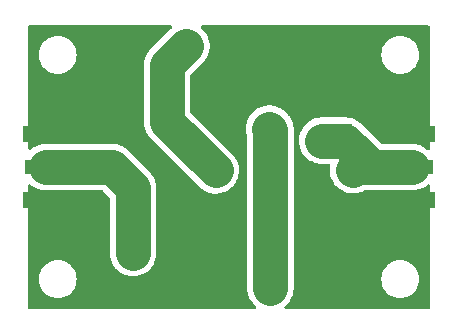
<source format=gbr>
%TF.GenerationSoftware,KiCad,Pcbnew,(6.0.1)*%
%TF.CreationDate,2022-02-12T12:27:59+00:00*%
%TF.ProjectId,LowPass_10mm,4c6f7750-6173-4735-9f31-306d6d2e6b69,rev?*%
%TF.SameCoordinates,Original*%
%TF.FileFunction,Copper,L1,Top*%
%TF.FilePolarity,Positive*%
%FSLAX46Y46*%
G04 Gerber Fmt 4.6, Leading zero omitted, Abs format (unit mm)*
G04 Created by KiCad (PCBNEW (6.0.1)) date 2022-02-12 12:27:59*
%MOMM*%
%LPD*%
G01*
G04 APERTURE LIST*
G04 Aperture macros list*
%AMRoundRect*
0 Rectangle with rounded corners*
0 $1 Rounding radius*
0 $2 $3 $4 $5 $6 $7 $8 $9 X,Y pos of 4 corners*
0 Add a 4 corners polygon primitive as box body*
4,1,4,$2,$3,$4,$5,$6,$7,$8,$9,$2,$3,0*
0 Add four circle primitives for the rounded corners*
1,1,$1+$1,$2,$3*
1,1,$1+$1,$4,$5*
1,1,$1+$1,$6,$7*
1,1,$1+$1,$8,$9*
0 Add four rect primitives between the rounded corners*
20,1,$1+$1,$2,$3,$4,$5,0*
20,1,$1+$1,$4,$5,$6,$7,0*
20,1,$1+$1,$6,$7,$8,$9,0*
20,1,$1+$1,$8,$9,$2,$3,0*%
G04 Aperture macros list end*
%TA.AperFunction,ComponentPad*%
%ADD10C,2.250000*%
%TD*%
%TA.AperFunction,SMDPad,CuDef*%
%ADD11RoundRect,0.225000X0.225000X0.250000X-0.225000X0.250000X-0.225000X-0.250000X0.225000X-0.250000X0*%
%TD*%
%TA.AperFunction,SMDPad,CuDef*%
%ADD12RoundRect,0.225000X0.250000X-0.225000X0.250000X0.225000X-0.250000X0.225000X-0.250000X-0.225000X0*%
%TD*%
%TA.AperFunction,SMDPad,CuDef*%
%ADD13RoundRect,0.225000X-0.250000X0.225000X-0.250000X-0.225000X0.250000X-0.225000X0.250000X0.225000X0*%
%TD*%
%TA.AperFunction,SMDPad,CuDef*%
%ADD14RoundRect,0.225000X-0.225000X-0.250000X0.225000X-0.250000X0.225000X0.250000X-0.225000X0.250000X0*%
%TD*%
%TA.AperFunction,SMDPad,CuDef*%
%ADD15R,3.600000X1.270000*%
%TD*%
%TA.AperFunction,SMDPad,CuDef*%
%ADD16R,4.200000X1.350000*%
%TD*%
%TA.AperFunction,Conductor*%
%ADD17C,2.930000*%
%TD*%
G04 APERTURE END LIST*
D10*
%TO.P,L3,1,1*%
%TO.N,Net-(C5-Pad1)*%
X121010800Y-119755800D03*
%TO.P,L3,2,2*%
%TO.N,Net-(C7-Pad1)*%
X128010800Y-112755800D03*
%TD*%
%TO.P,L2,1,1*%
%TO.N,Net-(C3-Pad1)*%
X113898800Y-102240200D03*
%TO.P,L2,2,2*%
%TO.N,Net-(C5-Pad1)*%
X120898800Y-109240200D03*
%TD*%
%TO.P,L1,2,2*%
%TO.N,Net-(C3-Pad1)*%
X116377600Y-112781200D03*
%TO.P,L1,1,1*%
%TO.N,Net-(C1-Pad1)*%
X109377600Y-119781200D03*
%TD*%
D11*
%TO.P,C4,1*%
%TO.N,Net-(C3-Pad1)*%
X111265000Y-107213400D03*
%TO.P,C4,2*%
%TO.N,GND*%
X109715000Y-107213400D03*
%TD*%
D12*
%TO.P,C1,1*%
%TO.N,Net-(C1-Pad1)*%
X106248200Y-111595200D03*
%TO.P,C1,2*%
%TO.N,GND*%
X106248200Y-110045200D03*
%TD*%
%TO.P,C8,1*%
%TO.N,Net-(C7-Pad1)*%
X125526800Y-109307000D03*
%TO.P,C8,2*%
%TO.N,GND*%
X125526800Y-107757000D03*
%TD*%
D13*
%TO.P,C2,1*%
%TO.N,Net-(C1-Pad1)*%
X106222800Y-113448800D03*
%TO.P,C2,2*%
%TO.N,GND*%
X106222800Y-114998800D03*
%TD*%
D14*
%TO.P,C6,1*%
%TO.N,Net-(C5-Pad1)*%
X121983200Y-122504200D03*
%TO.P,C6,2*%
%TO.N,GND*%
X123533200Y-122504200D03*
%TD*%
D11*
%TO.P,C5,1*%
%TO.N,Net-(C5-Pad1)*%
X120002600Y-122453400D03*
%TO.P,C5,2*%
%TO.N,GND*%
X118452600Y-122453400D03*
%TD*%
D15*
%TO.P,J2,1,In*%
%TO.N,Net-(C7-Pad1)*%
X133000000Y-112500000D03*
D16*
%TO.P,J2,2,Ext*%
%TO.N,GND*%
X132800000Y-109675000D03*
X132800000Y-115325000D03*
%TD*%
D15*
%TO.P,J1,1,In*%
%TO.N,Net-(C1-Pad1)*%
X102000000Y-112500000D03*
D16*
%TO.P,J1,2,Ext*%
%TO.N,GND*%
X102200000Y-109675000D03*
X102200000Y-115325000D03*
%TD*%
D12*
%TO.P,C7,1*%
%TO.N,Net-(C7-Pad1)*%
X127508000Y-109309200D03*
%TO.P,C7,2*%
%TO.N,GND*%
X127508000Y-107759200D03*
%TD*%
D11*
%TO.P,C3,1*%
%TO.N,Net-(C3-Pad1)*%
X111265000Y-105511600D03*
%TO.P,C3,2*%
%TO.N,GND*%
X109715000Y-105511600D03*
%TD*%
D17*
%TO.N,Net-(C5-Pad1)*%
X121010800Y-119755800D02*
X121010800Y-122738000D01*
%TO.N,Net-(C1-Pad1)*%
X109377600Y-114279800D02*
X109377600Y-119781200D01*
X107597800Y-112500000D02*
X109377600Y-114279800D01*
X102000000Y-112500000D02*
X107597800Y-112500000D01*
%TO.N,Net-(C7-Pad1)*%
X127330200Y-110261400D02*
X125374400Y-110261400D01*
X129568800Y-112500000D02*
X127330200Y-110261400D01*
X130095400Y-112500000D02*
X129568800Y-112500000D01*
X130095400Y-112500000D02*
X128266600Y-112500000D01*
X133000000Y-112500000D02*
X130095400Y-112500000D01*
%TO.N,Net-(C3-Pad1)*%
X112268000Y-103871000D02*
X112268000Y-108671600D01*
X112268000Y-108671600D02*
X116377600Y-112781200D01*
X113898800Y-102240200D02*
X112268000Y-103871000D01*
%TO.N,Net-(C7-Pad1)*%
X128266600Y-112500000D02*
X128010800Y-112755800D01*
%TO.N,Net-(C5-Pad1)*%
X121010800Y-109352200D02*
X120898800Y-109240200D01*
X121010800Y-119755800D02*
X121010800Y-109352200D01*
%TD*%
%TA.AperFunction,Conductor*%
%TO.N,GND*%
G36*
X112636771Y-100520002D02*
G01*
X112683264Y-100573658D01*
X112693368Y-100643932D01*
X112663874Y-100708512D01*
X112648209Y-100723705D01*
X112580693Y-100778671D01*
X110898663Y-102460701D01*
X110896540Y-102462776D01*
X110810541Y-102544815D01*
X110756803Y-102612982D01*
X110754883Y-102615417D01*
X110751098Y-102619992D01*
X110695121Y-102684499D01*
X110695118Y-102684504D01*
X110692205Y-102687860D01*
X110689796Y-102691591D01*
X110670217Y-102721913D01*
X110663322Y-102731561D01*
X110638220Y-102763403D01*
X110600182Y-102828891D01*
X110593073Y-102841130D01*
X110589970Y-102846193D01*
X110541219Y-102921694D01*
X110539354Y-102925739D01*
X110539352Y-102925743D01*
X110524246Y-102958511D01*
X110518774Y-102969045D01*
X110503658Y-102995070D01*
X110498418Y-103004091D01*
X110496748Y-103008214D01*
X110464677Y-103087395D01*
X110462331Y-103092817D01*
X110424688Y-103174471D01*
X110413070Y-103213319D01*
X110409144Y-103224500D01*
X110393923Y-103262076D01*
X110392851Y-103266393D01*
X110392849Y-103266398D01*
X110372256Y-103349302D01*
X110370689Y-103355030D01*
X110344935Y-103441144D01*
X110344274Y-103445543D01*
X110338908Y-103481231D01*
X110336592Y-103492871D01*
X110327896Y-103527880D01*
X110327895Y-103527888D01*
X110326821Y-103532210D01*
X110326367Y-103536639D01*
X110326367Y-103536640D01*
X110317659Y-103621624D01*
X110316915Y-103627511D01*
X110304444Y-103710471D01*
X110303553Y-103716395D01*
X110303518Y-103720853D01*
X110303235Y-103756925D01*
X110302891Y-103763166D01*
X110302992Y-103763171D01*
X110302828Y-103766386D01*
X110302500Y-103769585D01*
X110302500Y-103849988D01*
X110302496Y-103850978D01*
X110301367Y-103994730D01*
X110301960Y-103999148D01*
X110302240Y-104003590D01*
X110301967Y-104003607D01*
X110302500Y-104011586D01*
X110302500Y-108642689D01*
X110302465Y-108645658D01*
X110299666Y-108764425D01*
X110310236Y-108853735D01*
X110310790Y-108859603D01*
X110317138Y-108949249D01*
X110323471Y-108978662D01*
X110325667Y-108988864D01*
X110327616Y-109000571D01*
X110332382Y-109040839D01*
X110333522Y-109045138D01*
X110355420Y-109127727D01*
X110356806Y-109133501D01*
X110365956Y-109175999D01*
X110375721Y-109221358D01*
X110377261Y-109225532D01*
X110389750Y-109259385D01*
X110393329Y-109270701D01*
X110403719Y-109309886D01*
X110405451Y-109313977D01*
X110405452Y-109313979D01*
X110438770Y-109392662D01*
X110440955Y-109398182D01*
X110472061Y-109482498D01*
X110491307Y-109518167D01*
X110496444Y-109528866D01*
X110510514Y-109562094D01*
X110510521Y-109562108D01*
X110512253Y-109566198D01*
X110514551Y-109570015D01*
X110558610Y-109643196D01*
X110561552Y-109648354D01*
X110604234Y-109727458D01*
X110606880Y-109731040D01*
X110606886Y-109731050D01*
X110628317Y-109760065D01*
X110634900Y-109769915D01*
X110655818Y-109804660D01*
X110658629Y-109808113D01*
X110658632Y-109808117D01*
X110712572Y-109874372D01*
X110716210Y-109879062D01*
X110769604Y-109951351D01*
X110772728Y-109954524D01*
X110772731Y-109954528D01*
X110798036Y-109980233D01*
X110802206Y-109984889D01*
X110802281Y-109984821D01*
X110804432Y-109987204D01*
X110806470Y-109989707D01*
X110863255Y-110046492D01*
X110863952Y-110047193D01*
X110964871Y-110149710D01*
X110968414Y-110152414D01*
X110971751Y-110155356D01*
X110971571Y-110155560D01*
X110977595Y-110160832D01*
X115037925Y-114221161D01*
X115039600Y-114222615D01*
X115039607Y-114222621D01*
X115191101Y-114354081D01*
X115191108Y-114354086D01*
X115194460Y-114356995D01*
X115428294Y-114507981D01*
X115432329Y-114509841D01*
X115432336Y-114509845D01*
X115677027Y-114622648D01*
X115677031Y-114622649D01*
X115681071Y-114624512D01*
X115841885Y-114672606D01*
X115943470Y-114702987D01*
X115943473Y-114702988D01*
X115947744Y-114704265D01*
X115952148Y-114704927D01*
X115952152Y-114704928D01*
X116218590Y-114744985D01*
X116218594Y-114744985D01*
X116222995Y-114745647D01*
X116257904Y-114745921D01*
X116496869Y-114747798D01*
X116496870Y-114747798D01*
X116501330Y-114747833D01*
X116505743Y-114747240D01*
X116505747Y-114747240D01*
X116677769Y-114724134D01*
X116777197Y-114710779D01*
X117045090Y-114635225D01*
X117299665Y-114522679D01*
X117461112Y-114421992D01*
X117532065Y-114377742D01*
X117532067Y-114377741D01*
X117535844Y-114375385D01*
X117748911Y-114196283D01*
X117808476Y-114129780D01*
X117931643Y-113992267D01*
X117931646Y-113992263D01*
X117934617Y-113988946D01*
X117950807Y-113964717D01*
X118048896Y-113817916D01*
X118089257Y-113757512D01*
X118120714Y-113692003D01*
X118207816Y-113510613D01*
X118207818Y-113510608D01*
X118209744Y-113506597D01*
X118220344Y-113473080D01*
X118292333Y-113245453D01*
X118292334Y-113245450D01*
X118293675Y-113241209D01*
X118297148Y-113220347D01*
X118338644Y-112971041D01*
X118338644Y-112971040D01*
X118339376Y-112966643D01*
X118345934Y-112688375D01*
X118313218Y-112411961D01*
X118241881Y-112142914D01*
X118240147Y-112138820D01*
X118240145Y-112138813D01*
X118136233Y-111893417D01*
X118133347Y-111886602D01*
X118032358Y-111718859D01*
X117992076Y-111651950D01*
X117992075Y-111651948D01*
X117989782Y-111648140D01*
X117839130Y-111463093D01*
X114270405Y-107894369D01*
X114236379Y-107832057D01*
X114233500Y-107805274D01*
X114233500Y-104737327D01*
X114253502Y-104669206D01*
X114270405Y-104648232D01*
X115338761Y-103579876D01*
X115340221Y-103578194D01*
X115471681Y-103426700D01*
X115471686Y-103426693D01*
X115474595Y-103423341D01*
X115625581Y-103189506D01*
X115627441Y-103185471D01*
X115627445Y-103185464D01*
X115712945Y-103000000D01*
X130394551Y-103000000D01*
X130414317Y-103251148D01*
X130415471Y-103255955D01*
X130415472Y-103255961D01*
X130439257Y-103355030D01*
X130473127Y-103496111D01*
X130475020Y-103500682D01*
X130475021Y-103500684D01*
X130566218Y-103720853D01*
X130569534Y-103728859D01*
X130701164Y-103943659D01*
X130704376Y-103947419D01*
X130704379Y-103947424D01*
X130751987Y-104003165D01*
X130864776Y-104135224D01*
X130868538Y-104138437D01*
X131052576Y-104295621D01*
X131052581Y-104295624D01*
X131056341Y-104298836D01*
X131271141Y-104430466D01*
X131275711Y-104432359D01*
X131275715Y-104432361D01*
X131499316Y-104524979D01*
X131503889Y-104526873D01*
X131588289Y-104547135D01*
X131744039Y-104584528D01*
X131744045Y-104584529D01*
X131748852Y-104585683D01*
X131837149Y-104592632D01*
X131934661Y-104600307D01*
X131934670Y-104600307D01*
X131937118Y-104600500D01*
X132062882Y-104600500D01*
X132065330Y-104600307D01*
X132065339Y-104600307D01*
X132162851Y-104592632D01*
X132251148Y-104585683D01*
X132255955Y-104584529D01*
X132255961Y-104584528D01*
X132411711Y-104547135D01*
X132496111Y-104526873D01*
X132500684Y-104524979D01*
X132724285Y-104432361D01*
X132724289Y-104432359D01*
X132728859Y-104430466D01*
X132943659Y-104298836D01*
X132947419Y-104295624D01*
X132947424Y-104295621D01*
X133131462Y-104138437D01*
X133135224Y-104135224D01*
X133248013Y-104003165D01*
X133295621Y-103947424D01*
X133295624Y-103947419D01*
X133298836Y-103943659D01*
X133430466Y-103728859D01*
X133433783Y-103720853D01*
X133524979Y-103500684D01*
X133524980Y-103500682D01*
X133526873Y-103496111D01*
X133560743Y-103355030D01*
X133584528Y-103255961D01*
X133584529Y-103255955D01*
X133585683Y-103251148D01*
X133605449Y-103000000D01*
X133585683Y-102748852D01*
X133580413Y-102726898D01*
X133528028Y-102508701D01*
X133526873Y-102503889D01*
X133430466Y-102271141D01*
X133298836Y-102056341D01*
X133295624Y-102052581D01*
X133295621Y-102052576D01*
X133138437Y-101868538D01*
X133135224Y-101864776D01*
X133101899Y-101836314D01*
X132947424Y-101704379D01*
X132947419Y-101704376D01*
X132943659Y-101701164D01*
X132728859Y-101569534D01*
X132724289Y-101567641D01*
X132724285Y-101567639D01*
X132500684Y-101475021D01*
X132500682Y-101475020D01*
X132496111Y-101473127D01*
X132411711Y-101452865D01*
X132255961Y-101415472D01*
X132255955Y-101415471D01*
X132251148Y-101414317D01*
X132162851Y-101407368D01*
X132065339Y-101399693D01*
X132065330Y-101399693D01*
X132062882Y-101399500D01*
X131937118Y-101399500D01*
X131934670Y-101399693D01*
X131934661Y-101399693D01*
X131837149Y-101407368D01*
X131748852Y-101414317D01*
X131744045Y-101415471D01*
X131744039Y-101415472D01*
X131588289Y-101452865D01*
X131503889Y-101473127D01*
X131499318Y-101475020D01*
X131499316Y-101475021D01*
X131275715Y-101567639D01*
X131275711Y-101567641D01*
X131271141Y-101569534D01*
X131056341Y-101701164D01*
X131052581Y-101704376D01*
X131052576Y-101704379D01*
X130898101Y-101836314D01*
X130864776Y-101864776D01*
X130861563Y-101868538D01*
X130704379Y-102052576D01*
X130704376Y-102052581D01*
X130701164Y-102056341D01*
X130569534Y-102271141D01*
X130473127Y-102503889D01*
X130471972Y-102508701D01*
X130419588Y-102726898D01*
X130414317Y-102748852D01*
X130394551Y-103000000D01*
X115712945Y-103000000D01*
X115740248Y-102940774D01*
X115740249Y-102940770D01*
X115742112Y-102936730D01*
X115792795Y-102767257D01*
X115820586Y-102674330D01*
X115820587Y-102674327D01*
X115821864Y-102670056D01*
X115829729Y-102617746D01*
X115862584Y-102399211D01*
X115862584Y-102399207D01*
X115863246Y-102394806D01*
X115865433Y-102116470D01*
X115831626Y-101864776D01*
X115828972Y-101845016D01*
X115828971Y-101845011D01*
X115828379Y-101840604D01*
X115752825Y-101572710D01*
X115708800Y-101473127D01*
X115642077Y-101322201D01*
X115642074Y-101322196D01*
X115640279Y-101318135D01*
X115492985Y-101081957D01*
X115313883Y-100868890D01*
X115310572Y-100865925D01*
X115310560Y-100865912D01*
X115147492Y-100719856D01*
X115110094Y-100659508D01*
X115111260Y-100588521D01*
X115150620Y-100529433D01*
X115215676Y-100501005D01*
X115231557Y-100500000D01*
X134374000Y-100500000D01*
X134442121Y-100520002D01*
X134488614Y-100573658D01*
X134500000Y-100626000D01*
X134500000Y-110919790D01*
X134479998Y-110987911D01*
X134426342Y-111034404D01*
X134356068Y-111044508D01*
X134295994Y-111018740D01*
X134111093Y-110872976D01*
X134111090Y-110872974D01*
X134107597Y-110870220D01*
X133954625Y-110781367D01*
X133870756Y-110732652D01*
X133870750Y-110732649D01*
X133866909Y-110730418D01*
X133656213Y-110645077D01*
X133613050Y-110627594D01*
X133613047Y-110627593D01*
X133608924Y-110625923D01*
X133604611Y-110624852D01*
X133604606Y-110624850D01*
X133343111Y-110559894D01*
X133343106Y-110559893D01*
X133338790Y-110558821D01*
X133334362Y-110558367D01*
X133334360Y-110558367D01*
X133249368Y-110549659D01*
X133101415Y-110534500D01*
X130435126Y-110534500D01*
X130367005Y-110514498D01*
X130346031Y-110497595D01*
X128740499Y-108892063D01*
X128738424Y-108889940D01*
X128659457Y-108807161D01*
X128659455Y-108807159D01*
X128656385Y-108803941D01*
X128585783Y-108748283D01*
X128581208Y-108744498D01*
X128516701Y-108688521D01*
X128516696Y-108688518D01*
X128513340Y-108685605D01*
X128479285Y-108663615D01*
X128469639Y-108656722D01*
X128437797Y-108631620D01*
X128360070Y-108586473D01*
X128355007Y-108583370D01*
X128283254Y-108537039D01*
X128283253Y-108537038D01*
X128279506Y-108534619D01*
X128275461Y-108532754D01*
X128275457Y-108532752D01*
X128242689Y-108517646D01*
X128232155Y-108512174D01*
X128211886Y-108500401D01*
X128197109Y-108491818D01*
X128192992Y-108490150D01*
X128192985Y-108490147D01*
X128155978Y-108475158D01*
X128137165Y-108465634D01*
X128072927Y-108426037D01*
X128072926Y-108426036D01*
X128066697Y-108422197D01*
X127906124Y-108368937D01*
X127899290Y-108368237D01*
X127899286Y-108368236D01*
X127851435Y-108363334D01*
X127828174Y-108358707D01*
X127821891Y-108356828D01*
X127760056Y-108338335D01*
X127735008Y-108334569D01*
X127719969Y-108332308D01*
X127708329Y-108329992D01*
X127673320Y-108321296D01*
X127673312Y-108321295D01*
X127668990Y-108320221D01*
X127664561Y-108319767D01*
X127664560Y-108319767D01*
X127579576Y-108311059D01*
X127573689Y-108310315D01*
X127489215Y-108297616D01*
X127484805Y-108296953D01*
X127444268Y-108296635D01*
X127438034Y-108296291D01*
X127438029Y-108296392D01*
X127434814Y-108296228D01*
X127431615Y-108295900D01*
X127351212Y-108295900D01*
X127350222Y-108295896D01*
X127317626Y-108295640D01*
X127206470Y-108294767D01*
X127202052Y-108295360D01*
X127197610Y-108295640D01*
X127197593Y-108295367D01*
X127189614Y-108295900D01*
X125303487Y-108295900D01*
X125096751Y-108310538D01*
X125092396Y-108311476D01*
X125092393Y-108311476D01*
X124828989Y-108368185D01*
X124828987Y-108368185D01*
X124824642Y-108369121D01*
X124563502Y-108465461D01*
X124559584Y-108467575D01*
X124435330Y-108534619D01*
X124318542Y-108597634D01*
X124255533Y-108644173D01*
X124098750Y-108759975D01*
X124094649Y-108763004D01*
X124091480Y-108766123D01*
X124091476Y-108766127D01*
X124002507Y-108853710D01*
X123896290Y-108958271D01*
X123893591Y-108961808D01*
X123893588Y-108961811D01*
X123837781Y-109034936D01*
X123727424Y-109179539D01*
X123725246Y-109183427D01*
X123725246Y-109183428D01*
X123641468Y-109333025D01*
X123591419Y-109422393D01*
X123589818Y-109426532D01*
X123589814Y-109426540D01*
X123520765Y-109605024D01*
X123490990Y-109681987D01*
X123489987Y-109686312D01*
X123489986Y-109686317D01*
X123480450Y-109727458D01*
X123428139Y-109953143D01*
X123404122Y-110230448D01*
X123404366Y-110234883D01*
X123404366Y-110234887D01*
X123418824Y-110497595D01*
X123419417Y-110508372D01*
X123473719Y-110781367D01*
X123565945Y-111043988D01*
X123694255Y-111290994D01*
X123696843Y-111294615D01*
X123819030Y-111465600D01*
X123856087Y-111517457D01*
X123859159Y-111520677D01*
X123977457Y-111644685D01*
X124048215Y-111718859D01*
X124266803Y-111891180D01*
X124374917Y-111953977D01*
X124503644Y-112028748D01*
X124503650Y-112028751D01*
X124507491Y-112030982D01*
X124511614Y-112032652D01*
X124761350Y-112133806D01*
X124761353Y-112133807D01*
X124765476Y-112135477D01*
X124769789Y-112136548D01*
X124769794Y-112136550D01*
X125031289Y-112201506D01*
X125031294Y-112201507D01*
X125035610Y-112202579D01*
X125040038Y-112203033D01*
X125040040Y-112203033D01*
X125113198Y-112210529D01*
X125272985Y-112226900D01*
X125956266Y-112226900D01*
X126024387Y-112246902D01*
X126070880Y-112300558D01*
X126080866Y-112371633D01*
X126046353Y-112601195D01*
X126044167Y-112879530D01*
X126044760Y-112883943D01*
X126044760Y-112883947D01*
X126060355Y-113000049D01*
X126081221Y-113155397D01*
X126156775Y-113423290D01*
X126269321Y-113677865D01*
X126356664Y-113817916D01*
X126411764Y-113906265D01*
X126416615Y-113914044D01*
X126595717Y-114127111D01*
X126599033Y-114130081D01*
X126799733Y-114309843D01*
X126799737Y-114309846D01*
X126803054Y-114312817D01*
X126806758Y-114315292D01*
X126806762Y-114315295D01*
X126872779Y-114359406D01*
X127034488Y-114467457D01*
X127038506Y-114469386D01*
X127038507Y-114469387D01*
X127281386Y-114586016D01*
X127281391Y-114586018D01*
X127285402Y-114587944D01*
X127289646Y-114589286D01*
X127289648Y-114589287D01*
X127546547Y-114670533D01*
X127546550Y-114670534D01*
X127550791Y-114671875D01*
X127555177Y-114672605D01*
X127555181Y-114672606D01*
X127784521Y-114710779D01*
X127825357Y-114717576D01*
X128103625Y-114724134D01*
X128226675Y-114709570D01*
X128375624Y-114691941D01*
X128375630Y-114691940D01*
X128380039Y-114691418D01*
X128384331Y-114690280D01*
X128384336Y-114690279D01*
X128549987Y-114646357D01*
X128649086Y-114620081D01*
X128653180Y-114618347D01*
X128653187Y-114618345D01*
X128901301Y-114513282D01*
X128901303Y-114513281D01*
X128905398Y-114511547D01*
X128951895Y-114483554D01*
X129016883Y-114465500D01*
X129547854Y-114465500D01*
X129548844Y-114465504D01*
X129688075Y-114466598D01*
X129692530Y-114466633D01*
X129696948Y-114466040D01*
X129701390Y-114465760D01*
X129701407Y-114466033D01*
X129709386Y-114465500D01*
X133070913Y-114465500D01*
X133277649Y-114450862D01*
X133282004Y-114449924D01*
X133282007Y-114449924D01*
X133545411Y-114393215D01*
X133545413Y-114393215D01*
X133549758Y-114392279D01*
X133810898Y-114295939D01*
X134055858Y-114163766D01*
X134176823Y-114074420D01*
X134276165Y-114001045D01*
X134276168Y-114001042D01*
X134279751Y-113998396D01*
X134282920Y-113995276D01*
X134282931Y-113995267D01*
X134285605Y-113992634D01*
X134348182Y-113959098D01*
X134418956Y-113964717D01*
X134475456Y-114007707D01*
X134499745Y-114074420D01*
X134500000Y-114082424D01*
X134500000Y-124374000D01*
X134479998Y-124442121D01*
X134426342Y-124488614D01*
X134374000Y-124500000D01*
X122318884Y-124500000D01*
X122250763Y-124479998D01*
X122204270Y-124426342D01*
X122194166Y-124356068D01*
X122223660Y-124291488D01*
X122245626Y-124271486D01*
X122263226Y-124258908D01*
X122263228Y-124258906D01*
X122266857Y-124256313D01*
X122468259Y-124064185D01*
X122640580Y-123845597D01*
X122703377Y-123737483D01*
X122778148Y-123608756D01*
X122778151Y-123608750D01*
X122780382Y-123604909D01*
X122884877Y-123346924D01*
X122896181Y-123301420D01*
X122950906Y-123081111D01*
X122950907Y-123081106D01*
X122951979Y-123076790D01*
X122976300Y-122839415D01*
X122976300Y-122000000D01*
X130394551Y-122000000D01*
X130414317Y-122251148D01*
X130473127Y-122496111D01*
X130569534Y-122728859D01*
X130701164Y-122943659D01*
X130704376Y-122947419D01*
X130704379Y-122947424D01*
X130818559Y-123081111D01*
X130864776Y-123135224D01*
X130868538Y-123138437D01*
X131052576Y-123295621D01*
X131052581Y-123295624D01*
X131056341Y-123298836D01*
X131271141Y-123430466D01*
X131275711Y-123432359D01*
X131275715Y-123432361D01*
X131499316Y-123524979D01*
X131503889Y-123526873D01*
X131578232Y-123544721D01*
X131744039Y-123584528D01*
X131744045Y-123584529D01*
X131748852Y-123585683D01*
X131837149Y-123592632D01*
X131934661Y-123600307D01*
X131934670Y-123600307D01*
X131937118Y-123600500D01*
X132062882Y-123600500D01*
X132065330Y-123600307D01*
X132065339Y-123600307D01*
X132162851Y-123592632D01*
X132251148Y-123585683D01*
X132255955Y-123584529D01*
X132255961Y-123584528D01*
X132421768Y-123544721D01*
X132496111Y-123526873D01*
X132500684Y-123524979D01*
X132724285Y-123432361D01*
X132724289Y-123432359D01*
X132728859Y-123430466D01*
X132943659Y-123298836D01*
X132947419Y-123295624D01*
X132947424Y-123295621D01*
X133131462Y-123138437D01*
X133135224Y-123135224D01*
X133181441Y-123081111D01*
X133295621Y-122947424D01*
X133295624Y-122947419D01*
X133298836Y-122943659D01*
X133430466Y-122728859D01*
X133526873Y-122496111D01*
X133585683Y-122251148D01*
X133605449Y-122000000D01*
X133585683Y-121748852D01*
X133582701Y-121736428D01*
X133528028Y-121508701D01*
X133526873Y-121503889D01*
X133430466Y-121271141D01*
X133298836Y-121056341D01*
X133295624Y-121052581D01*
X133295621Y-121052576D01*
X133138437Y-120868538D01*
X133135224Y-120864776D01*
X133098185Y-120833142D01*
X132947424Y-120704379D01*
X132947419Y-120704376D01*
X132943659Y-120701164D01*
X132728859Y-120569534D01*
X132724289Y-120567641D01*
X132724285Y-120567639D01*
X132500684Y-120475021D01*
X132500682Y-120475020D01*
X132496111Y-120473127D01*
X132411711Y-120452865D01*
X132255961Y-120415472D01*
X132255955Y-120415471D01*
X132251148Y-120414317D01*
X132162851Y-120407368D01*
X132065339Y-120399693D01*
X132065330Y-120399693D01*
X132062882Y-120399500D01*
X131937118Y-120399500D01*
X131934670Y-120399693D01*
X131934661Y-120399693D01*
X131837149Y-120407368D01*
X131748852Y-120414317D01*
X131744045Y-120415471D01*
X131744039Y-120415472D01*
X131588289Y-120452865D01*
X131503889Y-120473127D01*
X131499318Y-120475020D01*
X131499316Y-120475021D01*
X131275715Y-120567639D01*
X131275711Y-120567641D01*
X131271141Y-120569534D01*
X131056341Y-120701164D01*
X131052581Y-120704376D01*
X131052576Y-120704379D01*
X130901815Y-120833142D01*
X130864776Y-120864776D01*
X130861563Y-120868538D01*
X130704379Y-121052576D01*
X130704376Y-121052581D01*
X130701164Y-121056341D01*
X130569534Y-121271141D01*
X130473127Y-121503889D01*
X130471972Y-121508701D01*
X130417300Y-121736428D01*
X130414317Y-121748852D01*
X130394551Y-122000000D01*
X122976300Y-122000000D01*
X122976300Y-109381111D01*
X122976335Y-109378142D01*
X122979029Y-109263825D01*
X122979134Y-109259375D01*
X122968564Y-109170065D01*
X122968008Y-109164179D01*
X122961977Y-109078993D01*
X122961976Y-109078986D01*
X122961662Y-109074551D01*
X122953131Y-109034927D01*
X122951184Y-109023227D01*
X122946941Y-108987379D01*
X122946941Y-108987378D01*
X122946418Y-108982961D01*
X122923380Y-108896073D01*
X122921994Y-108890299D01*
X122904015Y-108806789D01*
X122904015Y-108806787D01*
X122903079Y-108802442D01*
X122890683Y-108768841D01*
X122889050Y-108764415D01*
X122885470Y-108753097D01*
X122876220Y-108718209D01*
X122876219Y-108718206D01*
X122875081Y-108713914D01*
X122864329Y-108688521D01*
X122840030Y-108631138D01*
X122837845Y-108625618D01*
X122808280Y-108545479D01*
X122806739Y-108541302D01*
X122787493Y-108505632D01*
X122782356Y-108494934D01*
X122768286Y-108461706D01*
X122768279Y-108461692D01*
X122766547Y-108457602D01*
X122720182Y-108380590D01*
X122717248Y-108375446D01*
X122676685Y-108300269D01*
X122676684Y-108300268D01*
X122674566Y-108296342D01*
X122671920Y-108292760D01*
X122671914Y-108292750D01*
X122650483Y-108263735D01*
X122643900Y-108253885D01*
X122622982Y-108219140D01*
X122566228Y-108149428D01*
X122562590Y-108144738D01*
X122511842Y-108076032D01*
X122509196Y-108072449D01*
X122480764Y-108043567D01*
X122476590Y-108038906D01*
X122476515Y-108038974D01*
X122474361Y-108036588D01*
X122472330Y-108034093D01*
X122415495Y-107977259D01*
X122414798Y-107976557D01*
X122317049Y-107877259D01*
X122317046Y-107877256D01*
X122313929Y-107874090D01*
X122310392Y-107871390D01*
X122307051Y-107868445D01*
X122307231Y-107868241D01*
X122301209Y-107862972D01*
X122240040Y-107801804D01*
X122238475Y-107800239D01*
X122233368Y-107795807D01*
X122085299Y-107667319D01*
X122085292Y-107667314D01*
X122081940Y-107664405D01*
X121848106Y-107513419D01*
X121844071Y-107511559D01*
X121844064Y-107511555D01*
X121599373Y-107398752D01*
X121599369Y-107398751D01*
X121595329Y-107396888D01*
X121419694Y-107344361D01*
X121332930Y-107318413D01*
X121332927Y-107318412D01*
X121328656Y-107317135D01*
X121324252Y-107316473D01*
X121324248Y-107316472D01*
X121057810Y-107276415D01*
X121057806Y-107276415D01*
X121053405Y-107275753D01*
X121018496Y-107275479D01*
X120779531Y-107273602D01*
X120779530Y-107273602D01*
X120775070Y-107273567D01*
X120770657Y-107274160D01*
X120770653Y-107274160D01*
X120616973Y-107294802D01*
X120499203Y-107310621D01*
X120231310Y-107386175D01*
X119976735Y-107498721D01*
X119740556Y-107646015D01*
X119527489Y-107825117D01*
X119524519Y-107828433D01*
X119344757Y-108029133D01*
X119344754Y-108029137D01*
X119341783Y-108032454D01*
X119187143Y-108263888D01*
X119185214Y-108267906D01*
X119185213Y-108267907D01*
X119071059Y-108505633D01*
X119066656Y-108514802D01*
X119065314Y-108519046D01*
X119065313Y-108519048D01*
X118986315Y-108768841D01*
X118982725Y-108780191D01*
X118981995Y-108784577D01*
X118981994Y-108784581D01*
X118953084Y-108958271D01*
X118937024Y-109054757D01*
X118930466Y-109333025D01*
X118941534Y-109426540D01*
X118958516Y-109570015D01*
X118963182Y-109609439D01*
X118964320Y-109613731D01*
X118964321Y-109613736D01*
X119014944Y-109804660D01*
X119034519Y-109878486D01*
X119036254Y-109882583D01*
X119037697Y-109886797D01*
X119036697Y-109887140D01*
X119045300Y-109929523D01*
X119045300Y-122808913D01*
X119059938Y-123015649D01*
X119060876Y-123020004D01*
X119060876Y-123020007D01*
X119086373Y-123138437D01*
X119118521Y-123287758D01*
X119214861Y-123548898D01*
X119347034Y-123793858D01*
X119512404Y-124017751D01*
X119515523Y-124020920D01*
X119515527Y-124020924D01*
X119558114Y-124064185D01*
X119707671Y-124216110D01*
X119711208Y-124218809D01*
X119711211Y-124218812D01*
X119783312Y-124273837D01*
X119825329Y-124331065D01*
X119829737Y-124401924D01*
X119795135Y-124463918D01*
X119732510Y-124497364D01*
X119706870Y-124500000D01*
X100626000Y-124500000D01*
X100557879Y-124479998D01*
X100511386Y-124426342D01*
X100500000Y-124374000D01*
X100500000Y-122000000D01*
X101394551Y-122000000D01*
X101414317Y-122251148D01*
X101473127Y-122496111D01*
X101569534Y-122728859D01*
X101701164Y-122943659D01*
X101704376Y-122947419D01*
X101704379Y-122947424D01*
X101818559Y-123081111D01*
X101864776Y-123135224D01*
X101868538Y-123138437D01*
X102052576Y-123295621D01*
X102052581Y-123295624D01*
X102056341Y-123298836D01*
X102271141Y-123430466D01*
X102275711Y-123432359D01*
X102275715Y-123432361D01*
X102499316Y-123524979D01*
X102503889Y-123526873D01*
X102578232Y-123544721D01*
X102744039Y-123584528D01*
X102744045Y-123584529D01*
X102748852Y-123585683D01*
X102837149Y-123592632D01*
X102934661Y-123600307D01*
X102934670Y-123600307D01*
X102937118Y-123600500D01*
X103062882Y-123600500D01*
X103065330Y-123600307D01*
X103065339Y-123600307D01*
X103162851Y-123592632D01*
X103251148Y-123585683D01*
X103255955Y-123584529D01*
X103255961Y-123584528D01*
X103421768Y-123544721D01*
X103496111Y-123526873D01*
X103500684Y-123524979D01*
X103724285Y-123432361D01*
X103724289Y-123432359D01*
X103728859Y-123430466D01*
X103943659Y-123298836D01*
X103947419Y-123295624D01*
X103947424Y-123295621D01*
X104131462Y-123138437D01*
X104135224Y-123135224D01*
X104181441Y-123081111D01*
X104295621Y-122947424D01*
X104295624Y-122947419D01*
X104298836Y-122943659D01*
X104430466Y-122728859D01*
X104526873Y-122496111D01*
X104585683Y-122251148D01*
X104605449Y-122000000D01*
X104585683Y-121748852D01*
X104582701Y-121736428D01*
X104528028Y-121508701D01*
X104526873Y-121503889D01*
X104430466Y-121271141D01*
X104298836Y-121056341D01*
X104295624Y-121052581D01*
X104295621Y-121052576D01*
X104138437Y-120868538D01*
X104135224Y-120864776D01*
X104098185Y-120833142D01*
X103947424Y-120704379D01*
X103947419Y-120704376D01*
X103943659Y-120701164D01*
X103728859Y-120569534D01*
X103724289Y-120567641D01*
X103724285Y-120567639D01*
X103500684Y-120475021D01*
X103500682Y-120475020D01*
X103496111Y-120473127D01*
X103411711Y-120452865D01*
X103255961Y-120415472D01*
X103255955Y-120415471D01*
X103251148Y-120414317D01*
X103162851Y-120407368D01*
X103065339Y-120399693D01*
X103065330Y-120399693D01*
X103062882Y-120399500D01*
X102937118Y-120399500D01*
X102934670Y-120399693D01*
X102934661Y-120399693D01*
X102837149Y-120407368D01*
X102748852Y-120414317D01*
X102744045Y-120415471D01*
X102744039Y-120415472D01*
X102588289Y-120452865D01*
X102503889Y-120473127D01*
X102499318Y-120475020D01*
X102499316Y-120475021D01*
X102275715Y-120567639D01*
X102275711Y-120567641D01*
X102271141Y-120569534D01*
X102056341Y-120701164D01*
X102052581Y-120704376D01*
X102052576Y-120704379D01*
X101901815Y-120833142D01*
X101864776Y-120864776D01*
X101861563Y-120868538D01*
X101704379Y-121052576D01*
X101704376Y-121052581D01*
X101701164Y-121056341D01*
X101569534Y-121271141D01*
X101473127Y-121503889D01*
X101471972Y-121508701D01*
X101417300Y-121736428D01*
X101414317Y-121748852D01*
X101394551Y-122000000D01*
X100500000Y-122000000D01*
X100500000Y-114080210D01*
X100520002Y-114012089D01*
X100573658Y-113965596D01*
X100643932Y-113955492D01*
X100704006Y-113981260D01*
X100822179Y-114074420D01*
X100892403Y-114129780D01*
X100983269Y-114182559D01*
X101129244Y-114267348D01*
X101129250Y-114267351D01*
X101133091Y-114269582D01*
X101137214Y-114271252D01*
X101386950Y-114372406D01*
X101386953Y-114372407D01*
X101391076Y-114374077D01*
X101395389Y-114375148D01*
X101395394Y-114375150D01*
X101656889Y-114440106D01*
X101656894Y-114440107D01*
X101661210Y-114441179D01*
X101665638Y-114441633D01*
X101665640Y-114441633D01*
X101738798Y-114449129D01*
X101898585Y-114465500D01*
X106731473Y-114465500D01*
X106799594Y-114485502D01*
X106820568Y-114502405D01*
X107375195Y-115057032D01*
X107409221Y-115119344D01*
X107412100Y-115146127D01*
X107412100Y-119852113D01*
X107426738Y-120058849D01*
X107485321Y-120330958D01*
X107581661Y-120592098D01*
X107713834Y-120837058D01*
X107879204Y-121060951D01*
X107882323Y-121064120D01*
X107882327Y-121064124D01*
X107924914Y-121107385D01*
X108074471Y-121259310D01*
X108078008Y-121262009D01*
X108078011Y-121262012D01*
X108130541Y-121302101D01*
X108295739Y-121428176D01*
X108299627Y-121430354D01*
X108299628Y-121430354D01*
X108358631Y-121463397D01*
X108538593Y-121564181D01*
X108542732Y-121565782D01*
X108542740Y-121565786D01*
X108735139Y-121640219D01*
X108798187Y-121664610D01*
X108802512Y-121665613D01*
X108802517Y-121665614D01*
X108876443Y-121682749D01*
X109069343Y-121727461D01*
X109346648Y-121751478D01*
X109351083Y-121751234D01*
X109351087Y-121751234D01*
X109620129Y-121736428D01*
X109620136Y-121736427D01*
X109624572Y-121736183D01*
X109897567Y-121681881D01*
X110160188Y-121589655D01*
X110407194Y-121461345D01*
X110520425Y-121380429D01*
X110630036Y-121302101D01*
X110630040Y-121302098D01*
X110633657Y-121299513D01*
X110835059Y-121107385D01*
X110871975Y-121060558D01*
X111004624Y-120892293D01*
X111007380Y-120888797D01*
X111114498Y-120704379D01*
X111144948Y-120651956D01*
X111144951Y-120651950D01*
X111147182Y-120648109D01*
X111247801Y-120399693D01*
X111250006Y-120394250D01*
X111250007Y-120394247D01*
X111251677Y-120390124D01*
X111265338Y-120335132D01*
X111317706Y-120124311D01*
X111317707Y-120124306D01*
X111318779Y-120119990D01*
X111343100Y-119882615D01*
X111343100Y-114308686D01*
X111343135Y-114305718D01*
X111345828Y-114191424D01*
X111345933Y-114186975D01*
X111335365Y-114097679D01*
X111334809Y-114091793D01*
X111329166Y-114012089D01*
X111328462Y-114002151D01*
X111319932Y-113962530D01*
X111317984Y-113950829D01*
X111313741Y-113914977D01*
X111313740Y-113914972D01*
X111313218Y-113910561D01*
X111290179Y-113823668D01*
X111288798Y-113817916D01*
X111270815Y-113734388D01*
X111270814Y-113734384D01*
X111269879Y-113730042D01*
X111268339Y-113725867D01*
X111255846Y-113692003D01*
X111252267Y-113680685D01*
X111243026Y-113645832D01*
X111243021Y-113645818D01*
X111241880Y-113641514D01*
X111206838Y-113558758D01*
X111204653Y-113553239D01*
X111188927Y-113510613D01*
X111173539Y-113468902D01*
X111154291Y-113433229D01*
X111149152Y-113422528D01*
X111135084Y-113389304D01*
X111135084Y-113389303D01*
X111133347Y-113385202D01*
X111086985Y-113308195D01*
X111084051Y-113303051D01*
X111043488Y-113227873D01*
X111043482Y-113227863D01*
X111041366Y-113223942D01*
X111038720Y-113220360D01*
X111038712Y-113220347D01*
X111017285Y-113191338D01*
X111010690Y-113181468D01*
X110992082Y-113150560D01*
X110992074Y-113150548D01*
X110989781Y-113146740D01*
X110933032Y-113077035D01*
X110929402Y-113072355D01*
X110875996Y-113000049D01*
X110847560Y-112971163D01*
X110843395Y-112966513D01*
X110843320Y-112966580D01*
X110841156Y-112964184D01*
X110839129Y-112961693D01*
X110782407Y-112904971D01*
X110781709Y-112904269D01*
X110752964Y-112875069D01*
X110680729Y-112801690D01*
X110677188Y-112798988D01*
X110673845Y-112796040D01*
X110674027Y-112795834D01*
X110667997Y-112790561D01*
X109008099Y-111130663D01*
X109006024Y-111128540D01*
X108927057Y-111045761D01*
X108927055Y-111045759D01*
X108923985Y-111042541D01*
X108853383Y-110986883D01*
X108848808Y-110983098D01*
X108784301Y-110927121D01*
X108784296Y-110927118D01*
X108780940Y-110924205D01*
X108746885Y-110902215D01*
X108737239Y-110895322D01*
X108705397Y-110870220D01*
X108627670Y-110825073D01*
X108622607Y-110821970D01*
X108550854Y-110775639D01*
X108550853Y-110775638D01*
X108547106Y-110773219D01*
X108543061Y-110771354D01*
X108543057Y-110771352D01*
X108510289Y-110756246D01*
X108499755Y-110750774D01*
X108468556Y-110732652D01*
X108468551Y-110732649D01*
X108464709Y-110730418D01*
X108381393Y-110696672D01*
X108375983Y-110694331D01*
X108294329Y-110656688D01*
X108255481Y-110645070D01*
X108244300Y-110641144D01*
X108206724Y-110625923D01*
X108202407Y-110624851D01*
X108202402Y-110624849D01*
X108119498Y-110604256D01*
X108113770Y-110602689D01*
X108075615Y-110591278D01*
X108027656Y-110576935D01*
X108002608Y-110573169D01*
X107987569Y-110570908D01*
X107975929Y-110568592D01*
X107940920Y-110559896D01*
X107940912Y-110559895D01*
X107936590Y-110558821D01*
X107932161Y-110558367D01*
X107932160Y-110558367D01*
X107847176Y-110549659D01*
X107841289Y-110548915D01*
X107756815Y-110536216D01*
X107752405Y-110535553D01*
X107711868Y-110535235D01*
X107705634Y-110534891D01*
X107705629Y-110534992D01*
X107702414Y-110534828D01*
X107699215Y-110534500D01*
X107618812Y-110534500D01*
X107617822Y-110534496D01*
X107585226Y-110534240D01*
X107474070Y-110533367D01*
X107469652Y-110533960D01*
X107465210Y-110534240D01*
X107465193Y-110533967D01*
X107457214Y-110534500D01*
X101929087Y-110534500D01*
X101722351Y-110549138D01*
X101717996Y-110550076D01*
X101717993Y-110550076D01*
X101454589Y-110606785D01*
X101454587Y-110606785D01*
X101450242Y-110607721D01*
X101189102Y-110704061D01*
X101185184Y-110706175D01*
X101053917Y-110777003D01*
X100944142Y-110836234D01*
X100864150Y-110895317D01*
X100738788Y-110987911D01*
X100720249Y-111001604D01*
X100717080Y-111004724D01*
X100717069Y-111004733D01*
X100714395Y-111007366D01*
X100651818Y-111040902D01*
X100581044Y-111035283D01*
X100524544Y-110992293D01*
X100500255Y-110925580D01*
X100500000Y-110917576D01*
X100500000Y-103000000D01*
X101394551Y-103000000D01*
X101414317Y-103251148D01*
X101415471Y-103255955D01*
X101415472Y-103255961D01*
X101439257Y-103355030D01*
X101473127Y-103496111D01*
X101475020Y-103500682D01*
X101475021Y-103500684D01*
X101566218Y-103720853D01*
X101569534Y-103728859D01*
X101701164Y-103943659D01*
X101704376Y-103947419D01*
X101704379Y-103947424D01*
X101751987Y-104003165D01*
X101864776Y-104135224D01*
X101868538Y-104138437D01*
X102052576Y-104295621D01*
X102052581Y-104295624D01*
X102056341Y-104298836D01*
X102271141Y-104430466D01*
X102275711Y-104432359D01*
X102275715Y-104432361D01*
X102499316Y-104524979D01*
X102503889Y-104526873D01*
X102588289Y-104547135D01*
X102744039Y-104584528D01*
X102744045Y-104584529D01*
X102748852Y-104585683D01*
X102837149Y-104592632D01*
X102934661Y-104600307D01*
X102934670Y-104600307D01*
X102937118Y-104600500D01*
X103062882Y-104600500D01*
X103065330Y-104600307D01*
X103065339Y-104600307D01*
X103162851Y-104592632D01*
X103251148Y-104585683D01*
X103255955Y-104584529D01*
X103255961Y-104584528D01*
X103411711Y-104547135D01*
X103496111Y-104526873D01*
X103500684Y-104524979D01*
X103724285Y-104432361D01*
X103724289Y-104432359D01*
X103728859Y-104430466D01*
X103943659Y-104298836D01*
X103947419Y-104295624D01*
X103947424Y-104295621D01*
X104131462Y-104138437D01*
X104135224Y-104135224D01*
X104248013Y-104003165D01*
X104295621Y-103947424D01*
X104295624Y-103947419D01*
X104298836Y-103943659D01*
X104430466Y-103728859D01*
X104433783Y-103720853D01*
X104524979Y-103500684D01*
X104524980Y-103500682D01*
X104526873Y-103496111D01*
X104560743Y-103355030D01*
X104584528Y-103255961D01*
X104584529Y-103255955D01*
X104585683Y-103251148D01*
X104605449Y-103000000D01*
X104585683Y-102748852D01*
X104580413Y-102726898D01*
X104528028Y-102508701D01*
X104526873Y-102503889D01*
X104430466Y-102271141D01*
X104298836Y-102056341D01*
X104295624Y-102052581D01*
X104295621Y-102052576D01*
X104138437Y-101868538D01*
X104135224Y-101864776D01*
X104101899Y-101836314D01*
X103947424Y-101704379D01*
X103947419Y-101704376D01*
X103943659Y-101701164D01*
X103728859Y-101569534D01*
X103724289Y-101567641D01*
X103724285Y-101567639D01*
X103500684Y-101475021D01*
X103500682Y-101475020D01*
X103496111Y-101473127D01*
X103411711Y-101452865D01*
X103255961Y-101415472D01*
X103255955Y-101415471D01*
X103251148Y-101414317D01*
X103162851Y-101407368D01*
X103065339Y-101399693D01*
X103065330Y-101399693D01*
X103062882Y-101399500D01*
X102937118Y-101399500D01*
X102934670Y-101399693D01*
X102934661Y-101399693D01*
X102837149Y-101407368D01*
X102748852Y-101414317D01*
X102744045Y-101415471D01*
X102744039Y-101415472D01*
X102588289Y-101452865D01*
X102503889Y-101473127D01*
X102499318Y-101475020D01*
X102499316Y-101475021D01*
X102275715Y-101567639D01*
X102275711Y-101567641D01*
X102271141Y-101569534D01*
X102056341Y-101701164D01*
X102052581Y-101704376D01*
X102052576Y-101704379D01*
X101898101Y-101836314D01*
X101864776Y-101864776D01*
X101861563Y-101868538D01*
X101704379Y-102052576D01*
X101704376Y-102052581D01*
X101701164Y-102056341D01*
X101569534Y-102271141D01*
X101473127Y-102503889D01*
X101471972Y-102508701D01*
X101419588Y-102726898D01*
X101414317Y-102748852D01*
X101394551Y-103000000D01*
X100500000Y-103000000D01*
X100500000Y-100626000D01*
X100520002Y-100557879D01*
X100573658Y-100511386D01*
X100626000Y-100500000D01*
X112568650Y-100500000D01*
X112636771Y-100520002D01*
G37*
%TD.AperFunction*%
%TD*%
M02*

</source>
